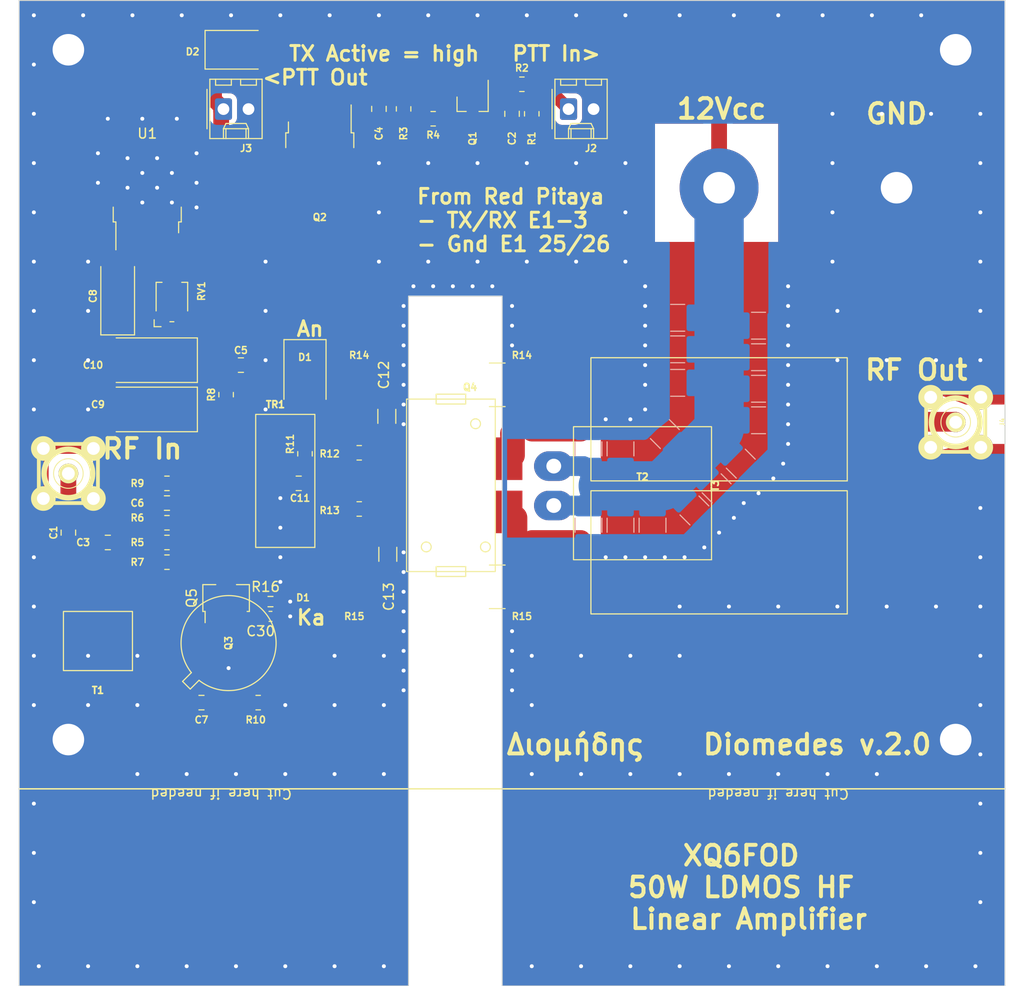
<source format=kicad_pcb>
(kicad_pcb (version 20221018) (generator pcbnew)
  (layers (0 "F.Cu" signal) (31 "B.Cu" signal) (34 "B.Paste" user) (35 "F.Paste" user) (36 "B.SilkS" user "B.Silkscreen") (37 "F.SilkS" user "F.Silkscreen") (38 "B.Mask" user) (39 "F.Mask" user) (44 "Edge.Cuts" user))
  (net 0 "")
  (net 1 "Net-(J1-In)")
  (net 2 "GND")
  (net 3 "Net-(T1-SA)")
  (net 4 "Net-(Q1-G)")
  (net 5 "Net-(T1-SB)")
  (net 6 "Net-(C3-Pad2)")
  (net 7 "Net-(Q2-G)")
  (net 8 "decoupling")
  (net 9 "Net-(D2-K)")
  (net 10 "Net-(Q3-B)")
  (net 11 "Net-(C6-Pad2)")
  (net 12 "Net-(Q3-E)")
  (net 13 "Net-(U1-VO)")
  (net 14 "Net-(C10-Pad1)")
  (net 15 "Net-(C12-Pad1)")
  (net 16 "Net-(C12-Pad2)")
  (net 17 "Net-(C13-Pad1)")
  (net 18 "Net-(C13-Pad2)")
  (net 19 "Net-(D1-A)")
  (net 20 "Net-(J2-Pin_1)")
  (net 21 "Net-(J4-In)")
  (net 22 "Net-(Q1-D)")
  (net 23 "Net-(Q3-C)")
  (net 24 "Net-(T2-SB)")
  (net 25 "Net-(R8-Pad1)")
  (net 26 "Net-(R9-Pad1)")
  (net 27 "Net-(R12-Pad2)")
  (net 28 "Net-(R13-Pad2)")
  (net 30 "Net-(Q5-E)")
  (footprint "Capacitor_SMD:C_0603_1608Metric_Pad1.08x0.95mm_HandSolder" (layer "F.Cu") (at 105.5 92.5 180)
    (fp_text reference "C30")
    (fp_text value "100n")
  )
  (footprint "Resistor_SMD:R_0603_1608Metric_Pad0.98x0.95mm_HandSolder" (layer "F.Cu") (at 105.5 91 180)
    (fp_text reference "R16")
    (fp_text value "10R")
  )
  (footprint "MountingHole:MountingHole_3.2mm_M3_DIN965_Pad" (layer "F.Cu") (at 85 35)
    (fp_text reference "H7" hide)
    (fp_text value "MountingHole_Pad")
  )
  (footprint "Capacitor_SMD:C_0805_2012Metric_Pad1.18x1.45mm_HandSolder" (layer "F.Cu") (at 95 81 180)
    (fp_text reference "C6")
    (fp_text value "10n")
  )
  (footprint "Amidon_Binocular:BN-43-1502" (layer "F.Cu") (at 107 79)
    (fp_text reference "TR1")
    (fp_text value "4:1")
  )
  (footprint "Resistor_SMD:R_0805_2012Metric_Pad1.20x1.40mm_HandSolder" (layer "F.Cu") (at 114.5 75.9 180)
    (fp_text reference "R12")
    (fp_text value "10R")
  )
  (footprint "Capacitor_SMD:C_0805_2012Metric_Pad1.18x1.45mm_HandSolder" (layer "F.Cu") (at 98.5 101.25)
    (fp_text reference "C7")
    (fp_text value "100n")
  )
  (footprint "Resistor_SMD:R_0805_2012Metric_Pad1.20x1.40mm_HandSolder" (layer "F.Cu") (at 95 83 180)
    (fp_text reference "R6")
    (fp_text value "1K3")
  )
  (footprint "MountingHole:MountingHole_3.2mm_M3_DIN965_Pad" (layer "F.Cu") (at 85 105)
    (fp_text reference "H4" hide)
    (fp_text value "MountingHole_Pad")
  )
  (footprint "MountingHole:MountingHole_3.2mm_M3_DIN965_Pad" (layer "F.Cu") (at 169 49)
    (fp_text reference "H2" hide)
    (fp_text value "MountingHole_Pad")
  )
  (footprint "Package_TO_SOT_THT:TO-39-3" (layer "F.Cu") (at 101.25 97.75 90)
    (fp_text reference "Q3")
    (fp_text value "2N5109")
  )
  (footprint "AFT05MP075N:AFT05MP075N" (layer "F.Cu") (at 123.8 79.95 180)
    (fp_text reference "Q4")
    (fp_text value "AFT05MP075N")
  )
  (footprint "Diode_SMD:D_1812_4532Metric_Pad1.30x3.40mm_HandSolder" (layer "F.Cu") (at 102 35)
    (fp_text reference "D2")
    (fp_text value "SS11")
  )
  (footprint "Package_TO_SOT_SMD:TO-252-2" (layer "F.Cu") (at 93 50 90)
    (fp_text reference "U1")
    (fp_text value "LM78M05_TO252")
  )
  (footprint "Capacitor_Tantalum_SMD:CP_EIA-7343-31_Kemet-D_Pad2.25x2.55mm_HandSolder" (layer "F.Cu") (at 93.5 71.5 180)
    (fp_text reference "C9")
    (fp_text value "100u")
  )
  (footprint "Package_TO_SOT_SMD:SOT-89-3" (layer "F.Cu") (at 101 90.6375 90)
    (fp_text reference "Q5")
    (fp_text value "2SC5551A")
  )
  (footprint "Amidon_Binocular:BN-43-2402" (layer "F.Cu") (at 87.5 95 -90)
    (fp_text reference "T1")
    (fp_text value "4:1")
  )
  (footprint "MountingHole:MountingHole_3.2mm_M3_DIN965_Pad" (layer "F.Cu") (at 175 105)
    (fp_text reference "H6" hide)
    (fp_text value "MountingHole_Pad")
  )
  (footprint "Connector_Molex:Molex_KK-254_AE-6410-02A_1x02_P2.54mm_Vertical" (layer "F.Cu") (at 100.73 41.02)
    (fp_text reference "J3")
    (fp_text value "Aux_PTT_Out")
  )
  (footprint "Capacitor_SMD:C_0805_2012Metric_Pad1.18x1.45mm_HandSolder" (layer "F.Cu") (at 108.3625 79 180)
    (fp_text reference "C11")
    (fp_text value "100n")
  )
  (footprint "Capacitor_SMD:C_0805_2012Metric_Pad1.18x1.45mm_HandSolder" (layer "F.Cu") (at 130 41.5 -90)
    (fp_text reference "C2")
    (fp_text value "10n")
  )
  (footprint "Package_TO_SOT_SMD:SOT-23_Handsoldering" (layer "F.Cu") (at 126 40.5 -90)
    (fp_text reference "Q1")
    (fp_text value "2N7002")
  )
  (footprint "Resistor_SMD:R_0805_2012Metric_Pad1.20x1.40mm_HandSolder" (layer "F.Cu") (at 132 41.5 90)
    (fp_text reference "R1")
    (fp_text value "10k")
  )
  (footprint "MountingHole:MountingHole_3.2mm_M3_DIN965_Pad" (layer "F.Cu") (at 151 49)
    (fp_text reference "H1" hide)
    (fp_text value "MountingHole_Pad")
  )
  (footprint "Resistor_SMD:R_0805_2012Metric_Pad1.20x1.40mm_HandSolder" (layer "F.Cu") (at 114.5 81.6 180)
    (fp_text reference "R13")
    (fp_text value "10R")
  )
  (footprint "Capacitor_SMD:C_0805_2012Metric_Pad1.18x1.45mm_HandSolder" (layer "F.Cu") (at 102.5 67)
    (fp_text reference "C5")
    (fp_text value "100n")
  )
  (footprint "Resistor_SMD:R_0805_2012Metric_Pad1.20x1.40mm_HandSolder" (layer "F.Cu") (at 119 41 -90)
    (fp_text reference "R3")
    (fp_text value "10k")
  )
  (footprint "Resistor_SMD:R_0805_2012Metric_Pad1.20x1.40mm_HandSolder" (layer "F.Cu") (at 95 79 180)
    (fp_text reference "R9")
    (fp_text value "270R")
  )
  (footprint "Capacitor_SMD:C_0805_2012Metric_Pad1.18x1.45mm_HandSolder" (layer "F.Cu") (at 89 85)
    (fp_text reference "C3")
    (fp_text value "100n")
  )
  (footprint "Resistor_SMD:R_0805_2012Metric_Pad1.20x1.40mm_HandSolder" (layer "F.Cu") (at 95 85 180)
    (fp_text reference "R5")
    (fp_text value "8.2R")
  )
  (footprint "MountingHole:MountingHole_3.2mm_M3_DIN965_Pad" (layer "F.Cu") (at 175 35)
    (fp_text reference "H8" hide)
    (fp_text value "MountingHole_Pad")
  )
  (footprint "Diode_SMD:D_2114_3652Metric_Pad1.85x3.75mm_HandSolder" (layer "F.Cu") (at 109 67.875 -90)
    (fp_text reference "D1")
    (fp_text value "1N7002")
  )
  (footprint "Resistor_SMD:R_2816_7142Metric_Pad3.20x4.45mm_HandSolder" (layer "F.Cu") (at 128.5 89.5 180)
    (fp_text reference "R15")
    (fp_text value "220")
  )
  (footprint "Resistor_SMD:R_0805_2012Metric_Pad1.20x1.40mm_HandSolder" (layer "F.Cu") (at 95 87)
    (fp_text reference "R7")
    (fp_text value "220")
  )
  (footprint "Resistor_SMD:R_0805_2012Metric_Pad1.20x1.40mm_HandSolder" (layer "F.Cu") (at 104.25 101.25 180)
    (fp_text reference "R10")
    (fp_text value "10R")
  )
  (footprint "Resistor_SMD:R_0805_2012Metric_Pad1.20x1.40mm_HandSolder" (layer "F.Cu") (at 109 76 -90)
    (fp_text reference "R11")
    (fp_text value "330")
  )
  (footprint "Package_TO_SOT_SMD:TO-252-2" (layer "F.Cu") (at 110.5 45.9 -90)
    (fp_text reference "Q2")
    (fp_text value "FDD6685")
  )
  (footprint "Capacitor_SMD:C_1206_3216Metric_Pad1.33x1.80mm_HandSolder" (layer "F.Cu") (at 117.3 72.2 90)
    (fp_text reference "C12")
    (fp_text value "100n")
  )
  (footprint "Resistor_SMD:R_2816_7142Metric_Pad3.20x4.45mm_HandSolder" (layer "F.Cu") (at 128.5 69 180)
    (fp_text reference "R14")
    (fp_text value "220")
  )
  (footprint "Amidon_Binocular:BN-61-202" (layer "F.Cu") (at 143.2325 79.25)
    (fp_text reference "T2")
    (fp_text value "1:1")
  )
  (footprint "Capacitor_SMD:C_0805_2012Metric_Pad1.18x1.45mm_HandSolder" (layer "F.Cu") (at 85 84 -90)
    (fp_text reference "C1")
    (fp_text value "10n")
  )
  (footprint "Connector_Molex:Molex_KK-254_AE-6410-02A_1x02_P2.54mm_Vertical" (layer "F.Cu") (at 135.73 41.02)
    (fp_text reference "J2")
    (fp_text value "PTT_In")
  )
  (footprint "Potentiometer_SMD:Potentiometer_Bourns_TC33X_Vertical" (layer "F.Cu") (at 95.5 60.5 90)
    (fp_text reference "RV1")
    (fp_text value "1K")
  )
  (footprint "Resistor_SMD:R_0805_2012Metric_Pad1.20x1.40mm_HandSolder" (layer "F.Cu") (at 131 38.5)
    (fp_text reference "R2")
    (fp_text value "10k")
  )
  (footprint "SMA_PINS:SMA_PINS" (layer "F.Cu") (at 85 78 -90)
    (fp_text reference "J1" hide)
    (fp_text value "RF_In" hide)
  )
  (footprint "Capacitor_SMD:C_0805_2012Metric_Pad1.18x1.45mm_HandSolder" (layer "F.Cu") (at 116.5 41 -90)
    (fp_text reference "C4")
    (fp_text value "10n")
  )
  (footprint "Capacitor_Tantalum_SMD:CP_EIA-6032-28_Kemet-C_Pad2.25x2.35mm_HandSolder" (layer "F.Cu") (at 90 60 90)
    (fp_text reference "C8")
    (fp_text value "15u")
  )
  (footprint "Amidon_Binocular:Dual_FB-61-4852" (layer "F.Cu") (at 151.5 79.25 90)
    (fp_text reference "T3")
    (fp_text value "1:9")
  )
  (footprint "Capacitor_Tantalum_SMD:CP_EIA-7343-31_Kemet-D_Pad2.25x2.55mm_HandSolder" (layer "F.Cu") (at 93.5 66.5 180)
    (fp_text reference "C10")
    (fp_text value "100u")
  )
  (footprint "Resistor_SMD:R_0805_2012Metric_Pad1.20x1.40mm_HandSolder" (layer "F.Cu") (at 101 70 90)
    (fp_text reference "R8")
    (fp_text value "4R7")
  )
  (footprint "Capacitor_SMD:C_1206_3216Metric_Pad1.33x1.80mm_HandSolder" (layer "F.Cu") (at 117.4 86.2 90)
    (fp_text reference "C13")
    (fp_text value "100n")
  )
  (footprint "Resistor_SMD:R_0805_2012Metric_Pad1.20x1.40mm_HandSolder" (layer "F.Cu") (at 122 42 180)
    (fp_text reference "R4")
    (fp_text value "10k")
  )
  (footprint "SMA_PINS:SMA_PINS" (layer "F.Cu") (at 175 72.8 90)
    (fp_text reference "J4")
    (fp_text value "RF_Out" hide)
  )
  (footprint "Capacitor_SMD:C_1210_3225Metric_Pad1.33x2.70mm_HandSolder" (layer "B.Cu") (at 148.5 81.75 135)
    (fp_text reference "C20" hide)
    (fp_text value "100n")
  )
  (footprint "Capacitor_SMD:C_1210_3225Metric_Pad1.33x2.70mm_HandSolder" (layer "B.Cu") (at 144.25 83.25 90)
    (fp_text reference "C19" hide)
    (fp_text value "100n")
  )
  (footprint "Capacitor_SMD:C_1210_3225Metric_Pad1.33x2.70mm_HandSolder" (layer "B.Cu") (at 141 75.5 -90)
    (fp_text reference "C28" hide)
    (fp_text value "100n")
  )
  (footprint "Capacitor_SMD:C_1210_3225Metric_Pad1.33x2.70mm_HandSolder" (layer "B.Cu") (at 137.75 75.5 -90)
    (fp_text reference "C27" hide)
    (fp_text value "100n")
  )
  (footprint "Capacitor_SMD:C_1210_3225Metric_Pad1.33x2.70mm_HandSolder" (layer "B.Cu") (at 155 72.6 180)
    (fp_text reference "C15" hide)
    (fp_text value "100n")
  )
  (footprint "Capacitor_SMD:C_1210_3225Metric_Pad1.33x2.70mm_HandSolder" (layer "B.Cu") (at 146.8 62.2)
    (fp_text reference "C23" hide)
    (fp_text value "100n")
  )
  (footprint "Capacitor_SMD:C_1210_3225Metric_Pad1.33x2.70mm_HandSolder" (layer "B.Cu") (at 141 83.25 90)
    (fp_text reference "C18" hide)
    (fp_text value "100n")
  )
  (footprint "Capacitor_SMD:C_1210_3225Metric_Pad1.33x2.70mm_HandSolder" (layer "B.Cu") (at 155 66.2 180)
    (fp_text reference "C29" hide)
    (fp_text value "100n")
  )
  (footprint "Capacitor_SMD:C_1210_3225Metric_Pad1.33x2.70mm_HandSolder" (layer "B.Cu") (at 137.75 83.25 90)
    (fp_text reference "C17" hide)
    (fp_text value "100n")
  )
  (footprint "Capacitor_SMD:C_1210_3225Metric_Pad1.33x2.70mm_HandSolder" (layer "B.Cu") (at 153.2 77 135)
    (fp_text reference "C14" hide)
    (fp_text value "100n")
  )
  (footprint "Capacitor_SMD:C_1210_3225Metric_Pad1.33x2.70mm_HandSolder" (layer "B.Cu") (at 146.8 68.8)
    (fp_text reference "C25" hide)
    (fp_text value "100n")
  )
  (footprint "Capacitor_SMD:C_1210_3225Metric_Pad1.33x2.70mm_HandSolder" (layer "B.Cu") (at 155 69.4 180)
    (fp_text reference "C16" hide)
    (fp_text value "100n")
  )
  (footprint "Capacitor_SMD:C_1210_3225Metric_Pad1.33x2.70mm_HandSolder" (layer "B.Cu") (at 145.5 74 -45)
    (fp_text reference "C26" hide)
    (fp_text value "100n")
  )
  (footprint "Capacitor_SMD:C_1210_3225Metric_Pad1.33x2.70mm_HandSolder" (layer "B.Cu") (at 146.8 65.4)
    (fp_text reference "C24" hide)
    (fp_text value "100n")
  )
  (footprint "Capacitor_SMD:C_1210_3225Metric_Pad1.33x2.70mm_HandSolder" (layer "B.Cu") (at 155 63 180)
    (fp_text reference "C22" hide)
    (fp_text value "100n")
  )
  (footprint "Capacitor_SMD:C_1210_3225Metric_Pad1.33x2.70mm_HandSolder" (layer "B.Cu") (at 150.75 79.5 135)
    (fp_text reference "C21" hide)
    (fp_text value "100n")
  )
  (gr_line (start 80 110) (end 180 110) (stroke (width 0.15)) (layer "F.SilkS"))
  (gr_line (start 119.5 130) (end 119.5 60) (stroke (width 0.1)) (layer "Edge.Cuts"))
  (gr_line (start 180 130) (end 129 130) (stroke (width 0.1)) (layer "Edge.Cuts"))
  (gr_line (start 80 130) (end 80 30) (stroke (width 0.1)) (layer "Edge.Cuts"))
  (gr_line (start 129 60) (end 129 130) (stroke (width 0.1)) (layer "Edge.Cuts"))
  (gr_line (start 180 30) (end 180 130) (stroke (width 0.1)) (layer "Edge.Cuts"))
  (gr_line (start 119.5 130) (end 80 130) (stroke (width 0.1)) (layer "Edge.Cuts"))
  (gr_line (start 80 30) (end 180 30) (stroke (width 0.1)) (layer "Edge.Cuts"))
  (gr_line (start 129 60) (end 119.5 60) (stroke (width 0.1)) (layer "Edge.Cuts"))
  (gr_text "D1" (at 108.8 90.6) (layer "F.SilkS") (effects (font (size 0.7 0.7))))
  (gr_text "                      TX Active = high   PTT In>\n <PTT Out  " (at 110.6 36.6) (layer "F.SilkS") (effects (font (size 1.5 1.5) (thickness 0.3) bold)))
  (gr_text "RF Out" (at 171 67.5) (layer "F.SilkS") (effects (font (size 2 2) (thickness 0.4))))
  (gr_text "An" (at 108 64.2) (layer "F.SilkS") (effects (font (size 1.5 1.5) (thickness 0.3) bold) (justify left bottom)))
  (gr_text "Ka" (at 108 93.5) (layer "F.SilkS") (effects (font (size 1.5 1.5) (thickness 0.3) bold) (justify left bottom)))
  (gr_text "XQ6FOD \n50W LDMOS HF \nLinear Amplifier" (at 154 120) (layer "F.SilkS") (effects (font (size 2 2) (thickness 0.4))))
  (gr_text "From Red Pitaya \n- TX/RX E1-3\n- Gnd E1 25/26" (at 120.2 55.6) (layer "F.SilkS") (effects (font (size 1.5 1.5) (thickness 0.3) bold) (justify left bottom)))
  (gr_text "Cut here if needed" (at 100.5 110.5 180) (layer "F.SilkS") (effects (font (size 1 1))))
  (gr_text "R14" (at 114.5 66) (layer "F.SilkS") (effects (font (size 0.7 0.7))))
  (gr_text "RF In" (at 92.5 75.5) (layer "F.SilkS") (effects (font (size 2 2) (thickness 0.4))))
  (gr_text "12Vcc" (at 151.25 41) (layer "F.SilkS") (effects (font (size 2 2) (thickness 0.4))))
  (gr_text "R15" (at 114 92.5) (layer "F.SilkS") (effects (font (size 0.7 0.7))))
  (gr_text "Cut here if needed" (at 157 110.5 180) (layer "F.SilkS") (effects (font (size 1 1))))
  (gr_text "Διομήδης    Diomedes v.2.0\n" (at 151 105.5) (layer "F.SilkS") (effects (font (size 2 2) (thickness 0.4))))
  (gr_text "GND" (at 169 41.5) (layer "F.SilkS") (effects (font (size 2 2) (thickness 0.4))))
  (segment (start 85 78) (end 85 82.9625) (width 1.6) (layer "F.Cu") (net 1))
  (segment (start 106.3625 92.5) (end 107.5 92.5) (width 0.8) (layer "F.Cu") (net 2))
  (segment (start 106.4125 91) (end 107.5 91) (width 0.8) (layer "F.Cu") (net 2))
  (via (at 81.5 111.5) (size 0.8) (drill 0.4) (layers "F.Cu" "B.Cu") (net 2))
  (via (at 177.5 116.5) (size 0.8) (drill 0.4) (layers "F.Cu" "B.Cu") (net 2))
  (via (at 92 128) (size 0.8) (drill 0.4) (layers "F.Cu" "B.Cu") (net 2))
  (via (at 81.5 96.5) (size 0.8) (drill 0.4) (layers "F.Cu" "B.Cu") (net 2))
  (via (at 143.5 65) (size 0.8) (drill 0.4) (layers "F.Cu" "B.Cu") (net 2))
  (via (at 167 108.5) (size 0.8) (drill 0.4) (layers "F.Cu" "B.Cu") (net 2))
  (via (at 121.5 56.5) (size 0.8) (drill 0.4) (layers "F.Cu" "B.Cu") (net 2))
  (via (at 152.5 82.5) (size 0.8) (drill 0.4) (layers "F.Cu" "B.Cu") (net 2))
  (via (at 116.5 46.5) (size 0.8) (drill 0.4) (layers "F.Cu" "B.Cu") (net 2))
  (via (at 128 59) (size 0.8) (drill 0.4) (layers "F.Cu" "B.Cu") (net 2))
  (via (at 87 96.5) (size 0.8) (drill 0.4) (layers "F.Cu" "B.Cu") (net 2))
  (via (at 177.5 46.5) (size 0.8) (drill 0.4) (layers "F.Cu" "B.Cu") (net 2))
  (via (at 158 69) (size 0.8) (drill 0.4) (layers "F.Cu" "B.Cu") (net 2))
  (via (at 81.5 91.5) (size 0.8) (drill 0.4) (layers "F.Cu" "B.Cu") (net 2))
  (via (at 142 128) (size 0.8) (drill 0.4) (layers "F.Cu" "B.Cu") (net 2))
  (via (at 107.5 91) (size 0.8) (drill 0.4) (layers "F.Cu" "B.Cu") (net 2))
  (via (at 92 101.5) (size 0.8) (drill 0.4) (layers "F.Cu" "B.Cu") (net 2))
  (via (at 119 94) (size 0.8) (drill 0.4) (layers "F.Cu" "B.Cu") (net 2))
  (via (at 172 128) (size 0.8) (drill 0.4) (layers "F.Cu" "B.Cu") (net 2))
  (via (at 96.5 31.5) (size 0.8) (drill 0.4) (layers "F.Cu" "B.Cu") (net 2))
  (via (at 116.5 56.5) (size 0.8) (drill 0.4) (layers "F.Cu" "B.Cu") (net 2))
  (via (at 105 71.5) (size 0.8) (drill 0.4) (layers "F.Cu" "B.Cu") (net 2))
  (via (at 147 96.5) (size 0.8) (drill 0.4) (layers "F.Cu" "B.Cu") (net 2))
  (via (at 132 101.5) (size 0.8) (drill 0.4) (layers "F.Cu" "B.Cu") (net 2))
  (via (at 101.25 97.75) (size 0.8) (drill 0.4) (layers "F.Cu" "B.Cu") (net 2))
  (via (at 87 101.5) (size 0.8) (drill 0.4) (layers "F.Cu" "B.Cu") (net 2))
  (via (at 81.5 61.5) (size 0.8) (drill 0.4) (layers "F.Cu" "B.Cu") (net 2))
  (via (at 96 42) (size 0.8) (drill 0.4) (layers "F.Cu" "B.Cu") (net 2))
  (via (at 143.5 69) (size 0.8) (drill 0.4) (layers "F.Cu" "B.Cu") (net 2))
  (via (at 142 108.5) (size 0.8) (drill 0.4) (layers "F.Cu" "B.Cu") (net 2))
  (via (at 152 108.5) (size 0.8) (drill 0.4) (layers "F.Cu" "B.Cu") (net 2))
  (via (at 136.5 56.5) (size 0.8) (drill 0.4) (layers "F.Cu" "B.Cu") (net 2))
  (via (at 142 72.5) (size 0.8) (drill 0.4) (layers "F.Cu" "B.Cu") (net 2))
  (via (at 121.5 31.5) (size 0.8) (drill 0.4) (layers "F.Cu" "B.Cu") (net 2))
  (via (at 177.5 51.5) (size 0.8) (drill 0.4) (layers "F.Cu" "B.Cu") (net 2))
  (via (at 156.5 78.5) (size 0.8) (drill 0.4) (layers "F.Cu" "B.Cu") (net 2))
  (via (at 157 128) (size 0.8) (drill 0.4) (layers "F.Cu" "B.Cu") (net 2))
  (via (at 107.5 92.5) (size 0.8) (drill 0.4) (layers "F.Cu" "B.Cu") (net 2))
  (via (at 177 128) (size 0.8) (drill 0.4) (layers "F.Cu" "B.Cu") (net 2))
  (via (at 87 66.5) (size 0.8) (drill 0.4) (layers "F.Cu" "B.Cu") (net 2))
  (via (at 157 108.5) (size 0.8) (drill 0.4) (layers "F.Cu" "B.Cu") (net 2))
  (via (at 157 31.5) (size 0.8) (drill 0.4) (layers "F.Cu" "B.Cu") (net 2))
  (via (at 119 90) (size 0.8) (drill 0.4) (layers "F.Cu" "B.Cu") (net 2))
  (via (at 117 108.5) (size 0.8) (drill 0.4) (layers "F.Cu" "B.Cu") (net 2))
  (via (at 92 108.5) (size 0.8) (drill 0.4) (layers "F.Cu" "B.Cu") (net 2))
  (via (at 158 61) (size 0.8) (drill 0.4) (layers "F.Cu" "B.Cu") (net 2))
  (via (at 82 128) (size 0.8) (drill 0.4) (layers "F.Cu" "B.Cu") (net 2))
  (via (at 102 108.5) (size 0.8) (drill 0.4) (layers "F.Cu" "B.Cu") (net 2))
  (via (at 86.5 31.5) (size 0.8) (drill 0.4) (layers "F.Cu" "B.Cu") (net 2))
  (via (at 98 51) (size 0.8) (drill 0.4) (layers "F.Cu" "B.Cu") (net 2))
  (via (at 139.5 86.5) (size 0.8) (drill 0.4) (layers "F.Cu" "B.Cu") (net 2))
  (via (at 95.5 47.5) (size 0.8) (drill 0.4) (layers "F.Cu" "B.Cu") (net 2))
  (via (at 155 80) (size 0.8) (drill 0.4) (layers "F.Cu" "B.Cu") (net 2))
  (via (at 126 59) (size 0.8) (drill 0.4) (layers "F.Cu" "B.Cu") (net 2))
  (via (at 130 98) (size 0.8) (drill 0.4) (layers "F.Cu" "B.Cu") (net 2))
  (via (at 153.5 81) (size 0.8) (drill 0.4) (layers "F.Cu" "B.Cu") (net 2))
  (via (at 119 67) (size 0.8) (drill 0.4) (layers "F.Cu" "B.Cu") (net 2))
  (via (at 91 49) (size 0.8) (drill 0.4) (layers "F.Cu" "B.Cu") (net 2))
  (via (at 158 63) (size 0.8) (drill 0.4) (layers "F.Cu" "B.Cu") (net 2))
  (via (at 143.5 86.5) (size 0.8) (drill 0.4) (layers "F.Cu" "B.Cu") (net 2))
  (via (at 137 108.5) (size 0.8) (drill 0.4) (layers "F.Cu" "B.Cu") (net 2))
  (via (at 151 84) (size 0.8) (drill 0.4) (layers "F.Cu" "B.Cu") (net 2))
  (via (at 106.5 83.5) (size 0.8) (drill 0.4) (layers "F.Cu" "B.Cu") (net 2))
  (via (at 119 71) (size 0.8) (drill 0.4) (layers "F.Cu" "B.Cu") (net 2))
  (via (at 147 31.5) (size 0.8) (drill 0.4) (layers "F.Cu" "B.Cu") (net 2))
  (via (at 177.5 66.5) (size 0.8) (drill 0.4) (layers "F.Cu" "B.Cu") (net 2))
  (via (at 157 91.5) (size 0.8) (drill 0.4) (layers "F.Cu" "B.Cu") (net 2))
  (via (at 92 96.5) (size 0.8) (drill 0.4) (layers "F.Cu" "B.Cu") (net 2))
  (via (at 89 42) (size 0.8) (drill 0.4) (layers "F.Cu" "B.Cu") (net 2))
  (via (at 106.5 80.5) (size 0.8) (drill 0.4) (layers "F.Cu" "B.Cu") (net 2))
  (via (at 119 98) (size 0.8) (drill 0.4) (layers "F.Cu" "B.Cu") (net 2))
  (via (at 106.5 86.5) (size 0.8) (drill 0.4) (layers "F.Cu" "B.Cu") (net 2))
  (via (at 87 71.5) (size 0.8) (drill 0.4) (layers "F.Cu" "B.Cu") (net 2))
  (via (at 141.5 51.5) (size 0.8) (drill 0.4) (layers "F.Cu" "B.Cu") (net 2))
  (via (at 132 128) (size 0.8) (drill 0.4) (layers "F.Cu" "B.Cu") (net 2))
  (via (at 161.5 31.5) (size 0.8) (drill 0.4) (layers "F.Cu" "B.Cu") (net 2))
  (via (at 98 45.5) (size 0.8) (drill 0.4) (layers "F.Cu" "B.Cu") (net 2))
  (via (at 122 59) (size 0.8) (drill 0.4) (layers "F.Cu" "B.Cu") (net 2))
  (via (at 171.5 31.5) (size 0.8) (drill 0.4) (layers "F.Cu" "B.Cu") (net 2))
  (via (at 81.5 71.5) (size 0.8) (drill 0.4) (layers "F.Cu" "B.Cu") (net 2))
  (via (at 119 86) (size 0.8) (drill 0.4) (layers "F.Cu" "B.Cu") (net 2))
  (via (at 168 91.5) (size 0.8) (drill 0.4) (layers "F.Cu" "B.Cu") (net 2))
  (via (at 112 96.5) (size 0.8) (drill 0.4) (layers "F.Cu" "B.Cu") (net 2))
  (via (at 130 94) (size 0.8) (drill 0.4) (layers "F.Cu" "B.Cu") (net 2))
  (via (at 81.5 46.5) (size 0.8) (drill 0.4) (layers "F.Cu" "B.Cu") (net 2))
  (via (at 173 66.5) (size 0.8) (drill 0.4) (layers "F.Cu" "B.Cu") (net 2))
  (via (at 141.5 56.5) (size 0.8) (drill 0.4) (layers "F.Cu" "B.Cu") (net 2))
  (via (at 87 128) (size 0.8) (drill 0.4) (layers "F.Cu" "B.Cu") (net 2))
  (via (at 92.5 50.5) (size 0.8) (drill 0.4) (layers "F.Cu" "B.Cu") (net 2))
  (via (at 137 96.5) (size 0.8) (drill 0.4) (layers "F.Cu" "B.Cu") (net 2))
  (via (at 119 73) (size 0.8) (drill 0.4) (layers "F.Cu" "B.Cu") (net 2))
  (via (at 97 128) (size 0.8) (drill 0.4) (layers "F.Cu" "B.Cu") (net 2))
  (via (at 81.5 116.5) (size 0.8) (drill 0.4) (layers "F.Cu" "B.Cu") (net 2))
  (via (at 120 59) (size 0.8) (drill 0.4) (layers "F.Cu" "B.Cu") (net 2))
  (via (at 177.5 41.5) (size 0.8) (drill 0.4) (layers "F.Cu" "B.Cu") (net 2))
  (via (at 177.5 96.5) (size 0.8) (drill 0.4) (layers "F.Cu" "B.Cu") (net 2))
  (via (at 112 101.5) (size 0.8) (drill 0.4) (layers "F.Cu" "B.Cu") (net 2))
  (via (at 145.5 86.5) (size 0.8) (drill 0.4) (layers "F.Cu" "B.Cu") (net 2))
  (via (at 142 96.5) (size 0.8) (drill 0.4) (layers "F.Cu" "B.Cu") (net 2))
  (via (at 106.5 89) (size 0.8) (drill 0.4) (layers "F.Cu" "B.Cu") (net 2))
  (via (at 97 108.5) (size 0.8) (drill 0.4) (layers "F.Cu" "B.Cu") (net 2))
  (via (at 107 108.5) (size 0.8) (drill 0.4) (layers "F.Cu" "B.Cu") (net 2))
  (via (at 147 128) (size 0.8) (drill 0.4) (layers "F.Cu" "B.Cu") (net 2))
  (via (at 126.5 31.5) (size 0.8) (drill 0.4) (layers "F.Cu" "B.Cu") (net 2))
  (via (at 177.5 56.5) (size 0.8) (drill 0.4) (layers "F.Cu" "B.Cu") (net 2))
  (via (at 130 63) (size 0.8) (drill 0.4) (layers "F.Cu" "B.Cu") (net 2))
  (via (at 147 91.5) (size 0.8) (drill 0.4) (layers "F.Cu" "B.Cu") (net 2))
  (via (at 177.5 101.5) (size 0.8) (drill 0.4) (layers "F.Cu" "B.Cu") (net 2))
  (via (at 95.5 50.5) (size 0.8) (drill 0.4) (layers "F.Cu" "B.Cu") (net 2))
  (via (at 116.5 51.5) (size 0.8) (drill 0.4) (layers "F.Cu" "B.Cu") (net 2))
  (via (at 177.5 121.5) (size 0.8) (drill 0.4) (layers "F.Cu" "B.Cu") (net 2))
  (via (at 81.5 36.5) (size 0.8) (drill 0.4) (layers "F.Cu" "B.Cu") (net 2))
  (via (at 147 108.5) (size 0.8) (drill 0.4) (layers "F.Cu" "B.Cu") (net 2))
  (via (at 137 128) (size 0.8) (drill 0.4) (layers "F.Cu" "B.Cu") (net 2))
  (via (at 116.5 31.5) (size 0.8) (drill 0.4) (layers "F.Cu" "B.Cu") (net 2))
  (via (at 130 61) (size 0.8) (drill 0.4) (layers "F.Cu" "B.Cu") (net 2))
  (via (at 157.5 77) (size 0.8) (drill 0.4) (layers "F.Cu" "B.Cu") (net 2))
  (via (at 87 56.5) (size 0.8) (drill 0.4) (layers "F.Cu" "B.Cu") (net 2))
  (via (at 119 61) (size 0.8) (drill 0.4) (layers "F.Cu" "B.Cu") (net 2))
  (via (at 162.5 46.5) (size 0.8) (drill 0.4) (layers "F.Cu" "B.Cu") (net 2))
  (via (at 167.5 41.5) (size 0.8) (drill 0.4) (layers "F.Cu" "B.Cu") (net 2))
  (via (at 131.5 31.5) (size 0.8) (drill 0.4) (layers "F.Cu" "B.Cu") (net 2))
  (via (at 177.5 81.5) (size 0.8) (drill 0.4) (layers "F.Cu" "B.Cu") (net 2))
  (via (at 94 46) (size 0.8) (drill 0.4) (layers "F.Cu" "B.Cu") (net 2))
  (via (at 105 61.5) (size 0.8) (drill 0.4) (layers "F.Cu" "B.Cu") (net 2))
  (via (at 143.5 67) (size 0.8) (drill 0.4) (layers "F.Cu" "B.Cu") (net 2))
  (via (at 177.5 61.5) (size 0.8) (drill 0.4) (layers "F.Cu" "B.Cu") (net 2))
  (via (at 119 69) (size 0.8) (drill 0.4) (layers "F.Cu" "B.Cu") (net 2))
  (via (at 105 56.5) (size 0.8) (drill 0.4) (layers "F.Cu" "B.Cu") (net 2))
  (via (at 168 66.5) (size 0.8) (drill 0.4) (layers "F.Cu" "B.Cu") (net 2))
  (via (at 88 48.5) (size 0.8) (drill 0.4) (layers "F.Cu" "B.Cu") (net 2))
  (via (at 117 128) (size 0.8) (drill 0.4) (layers "F.Cu" "B.Cu") (net 2))
  (via (at 101.5 31.5) (size 0.8) (drill 0.4) (layers "F.Cu" "B.Cu") (net 2))
  (via (at 91.5 31.5) (size 0.8) (drill 0.4) (layers "F.Cu" "B.Cu") (net 2))
  (via (at 162 108.5) (size 0.8) (drill 0.4) (layers "F.Cu" "B.Cu") (net 2))
  (via (at 92.5 42) (size 0.8) (drill 0.4) (layers "F.Cu" "B.Cu") (net 2))
  (via (at 91 46) (size 0.8) (drill 0.4) (layers "F.Cu" "B.Cu") (net 2))
  (via (at 131.5 56.5) (size 0.8) (drill 0.4) (layers "F.Cu" "B.Cu") (net 2))
  (via (at 112 108.5) (size 0.8) (drill 0.4) (layers "F.Cu" "B.Cu") (net 2))
  (via (at 147.5 86.5) (size 0.8) (drill 0.4) (layers "F.Cu" "B.Cu") (net 2))
  (via (at 136.5 46.5) (size 0.8) (drill 0.4) (layers "F.Cu" "B.Cu") (net 2))
  (via (at 177.5 111.5) (size 0.8) (drill 0.4) (layers "F.Cu" "B.Cu") (net 2))
  (via (at 119 63) (size 0.8) (drill 0.4) (layers "F.Cu" "B.Cu") (net 2))
  (via (at 117 101.5) (size 0.8) (drill 0.4) (layers "F.Cu" "B.Cu") (net 2))
  (via (at 158 67) (size 0.8) (drill 0.4) (layers "F.Cu" "B.Cu") (net 2))
  (via (at 143.5 71.5) (size 0.8) (drill 0.4) (layers "F.Cu" "B.Cu") (net 2))
  (via (at 163 91.5) (size 0.8) (drill 0.4) (layers "F.Cu" "B.Cu") (net 2))
  (via (at 166.5 31.5) (size 0.8) (drill 0.4) (layers "F.Cu" "B.Cu") (net 2))
  (via (at 119 92) (size 0.8) (drill 0.4) (layers "F.Cu" "B.Cu") (net 2))
  (via (at 107 101.5) (size 0.8) (drill 0.4) (layers "F.Cu" "B.Cu") (net 2))
  (via (at 105 66.5) (size 0.8) (drill 0.4) (layers "F.Cu" "B.Cu") (net 2))
  (via (at 81.5 66.5) (size 0.8) (drill 0.4) (layers "F.Cu" "B.Cu") (net 2))
  (via (at 130 65) (size 0.8) (drill 0.4) (layers "F.Cu" "B.Cu") (net 2))
  (via (at 81.5 101.5) (size 0.8) (drill 0.4) (layers "F.Cu" "B.Cu") (net 2))
  (via (at 149.5 85.5) (size 0.8) (drill 0.4) (layers "F.Cu" "B.Cu") (net 2))
  (via (at 163 66.5) (size 0.8) (drill 0.4) (layers "F.Cu" "B.Cu") (net 2))
  (via (at 177.5 86.5) (size 0.8) (drill 0.4) (layers "F.Cu" "B.Cu") (net 2))
  (via (at 139.5 72.5) (size 0.8) (drill 0.4) (layers "F.Cu" "B.Cu") (net 2))
  (via (at 119 96) (size 0.8) (drill 0.4) (layers "F.Cu" "B.Cu") (net 2))
  (via (at 172.5 41.5) (size 0.8) (drill 0.4) (layers "F.Cu" "B.Cu") (net 2))
  (via (at 173 91.5) (size 0.8) (drill 0.4) (layers "F.Cu" "B.Cu") (net 2))
  (via (at 132 108.5) (size 0.8) (drill 0.4) (layers "F.Cu" "B.Cu") (net 2))
  (via (at 162 128) (size 0.8) (drill 0.4) (layers "F.Cu" "B.Cu") (net 2))
  (via (at 177.5 91.5) (size 0.8) (drill 0.4) (layers "F.Cu" "B.Cu") (net 2))
  (via (at 107 128) (size 0.8) (drill 0.4) (layers "F.Cu" "B.Cu") (net 2))
  (via (at 88 45.5) (size 0.8) (drill 0.4) (layers "F.Cu" "B.Cu") (net 2))
  (via (at 152.5 31.5) (size 0.8) (drill 0.4) (layers "F.Cu" "B.Cu") (net 2))
  (via (at 119 65) (size 0.8) (drill 0.4) (layers "F.Cu" "B.Cu") (net 2))
  (via (at 162.5 56.5) (size 0.8) (drill 0.4) (layers "F.Cu" "B.Cu") (net 2))
  (via (at 81.5 51.5) (size 0.8) (drill 0.4) (layers "F.Cu" "B.Cu") (net 2))
  (via (at 152 128) (size 0.8) (drill 0.4) (layers "F.Cu" "B.Cu") (net 2))
  (via (at 158 65) (size 0.8) (drill 0.4) (layers "F.Cu" "B.Cu") (net 2))
  (via (at 158 75) (size 0.8) (drill 0.4) (layers "F.Cu" "B.Cu") (net 2))
  (via (at 81.5 121.5) (size 0.8) (drill 0.4) (layers "F.Cu" "B.Cu") (net 2))
  (via (at 167 128) (size 0.8) (drill 0.4) (layers "F.Cu" "B.Cu") (net 2))
  (via (at 102 128) (size 0.8) (drill 0.4) (layers "F.Cu" "B.Cu") (net 2))
  (via (at 126.5 56.5) (size 0.8) (drill 0.4) (layers "F.Cu" "B.Cu") (net 2))
  (via (at 94 49) (size 0.8) (drill 0.4) (layers "F.Cu" "B.Cu") (net 2))
  (via (at 141.5 31.5) (size 0.8) (drill 0.4) (layers "F.Cu" "B.Cu") (net 2))
  (via (at 81.5 56.5) (size 0.8) (drill 0.4) (layers "F.Cu" "B.Cu") (net 2))
  (via (at 106.5 31.5) (size 0.8) (drill 0.4) (layers "F.Cu" "B.Cu") (net 2))
  (via (at 81.5 86.5) (size 0.8) (drill 0.4) (layers "F.Cu" "B.Cu") (net 2))
  (via (at 141.5 46.5) (size 0.8) (drill 0.4) (layers "F.Cu" "B.Cu") (net 2))
  (via (at 119 88) (size 0.8) (drill 0.4) (layers "F.Cu" "B.Cu") (net 2))
  (via (at 121.5 46.5) (size 0.8) (drill 0.4) (layers "F.Cu" "B.Cu") (net 2))
  (via (at 143.5 63) (size 0.8) (drill 0.4) (layers "F.Cu" "B.Cu") (net 2))
  (via (at 162.5 51.5) (size 0.8) (drill 0.4) (layers "F.Cu" "B.Cu") (net 2))
  (via (at 81.5 31.5) (size 0.8) (drill 0.4) (layers "F.Cu" "B.Cu") (net 2))
  (via (at 130 96) (size 0.8) (drill 0.4) (layers "F.Cu" "B.Cu") (net 2))
  (via (at 136.5 31.5) (size 0.8) (drill 0.4) (layers "F.Cu" "B.Cu") (net 2))
  (via (at 124 59) (size 0.8) (drill 0.4) (layers "F.Cu" "B.Cu") (net 2))
  (via (at 92.5 47.5) (size 0.8) (drill 0.4) (layers "F.Cu" "B.Cu") (net 2))
  (via (at 143.5 59) (size 0.8) (drill 0.4) (layers "F.Cu" "B.Cu") (net 2))
  (via (at 158 73) (size 0.8) (drill 0.4) (layers "F.Cu" "B.Cu") (net 2))
  (via (at 112 128) (size 0.8) (drill 0.4) (layers "F.Cu" "B.Cu") (net 2))
  (via (at 158 59) (size 0.8) (drill 0.4) (layers "F.Cu" "B.Cu") (net 2))
  (via (at 126.5 46.5) (size 0.8) (drill 0.4) (layers "F.Cu" "B.Cu") (net 2))
  (via (at 98 48.5) (size 0.8) (drill 0.4) (layers "F.Cu" "B.Cu") (net 2))
  (via (at 87 61.5) (size 0.8) (drill 0.4) (layers "F.Cu" "B.Cu") (net 2))
  (via (at 117 96.5) (size 0.8) (drill 0.4) (layers "F.Cu" "B.Cu") (net 2))
  (via (at 141.5 86.5) (size 0.8) (drill 0.4) (layers "F.Cu" "B.Cu") (net 2))
  (via (at 131.5 46.5) (size 0.8) (drill 0.4) (layers "F.Cu" "B.Cu") (net 2))
  (via (at 143.5 61) (size 0.8) (drill 0.4) (layers "F.Cu" "B.Cu") (net 2))
  (via (at 111.5 31.5) (size 0.8) (drill 0.4) (layers "F.Cu" "B.Cu") (net 2))
  (via (at 130 100) (size 0.8) (drill 0.4) (layers "F.Cu" "B.Cu") (net 2))
  (via (at 132 96.5) (size 0.8) (drill 0.4) (layers "F.Cu" "B.Cu") (net 2))
  (via (at 119 100) (size 0.8) (drill 0.4) (layers "F.Cu" "B.Cu") (net 2))
  (via (at 163 61.5) (size 0.8) (drill 0.4) (layers "F.Cu" "B.Cu") (net 2))
  (via (at 81.5 41.5) (size 0.8) (drill 0.4) (layers "F.Cu" "B.Cu") (net 2))
  (via (at 158 71) (size 0.8) (drill 0.4) (layers "F.Cu" "B.Cu") (net 2))
  (via (at 152 91.5) (size 0.8) (drill 0.4) (layers "F.Cu" "B.Cu") (net 2))
  (via (at 162.5 41.5) (size 0.8) (drill 0.4) (layers "F.Cu" "B.Cu") (net 2))
  (via (at 177.5 106.5) (size 0.8) (drill 0.4) (layers "F.Cu" "B.Cu") (net 2))
  (segment (start 156.5625 66.2) (end 156.5625 63) (width 1.3) (layer "B.Cu") (net 2))
  (segment (start 147.6875 84.8125) (end 144.25 84.8125) (width 1.3) (layer "B.Cu") (net 2))
  (segment (start 156.5625 72.6) (end 156.5625 75.847208) (width 1.3) (layer "B.Cu") (net 2))
  (segment (start 145.2375 65.4) (end 145.2375 62.2) (width 1.3) (layer "B.Cu") (net 2))
  (segment (start 154.304854 78.154854) (end 151.854854 80.604854) (width 1.3) (layer "B.Cu") (net 2))
  (segment (start 156.5625 69.4) (end 156.5625 66.2) (width 1.3) (layer "B.Cu") (net 2))
  (segment (start 151.854854 80.604854) (end 149.604854 82.854854) (width 1.3) (layer "B.Cu") (net 2))
  (segment (start 154.304854 78.104854) (end 154.304854 78.154854) (width 1.3) (layer "B.Cu") (net 2))
  (segment (start 145 72.3) (end 145 69.0375) (width 1.3) (layer "B.Cu") (net 2))
  (segment (start 156.5625 75.847208) (end 154.304854 78.104854) (width 1.3) (layer "B.Cu") (net 2))
  (segment (start 137.75 84.8125) (end 141 84.8125) (width 1.3) (layer "B.Cu") (net 2))
  (segment (start 141 84.8125) (end 144.25 84.8125) (width 1.3) (layer "B.Cu") (net 2))
  (segment (start 145.2375 68.8) (end 145.2375 65.4) (width 1.3) (layer "B.Cu") (net 2))
  (segment (start 156.5625 72.6) (end 156.5625 69.4) (width 1.3) (layer "B.Cu") (net 2))
  (segment (start 137.75 73.9375) (end 141 73.9375) (width 1.3) (layer "B.Cu") (net 2))
  (segment (start 149.604854 82.854854) (end 149.604854 82.895146) (width 1.3) (layer "B.Cu") (net 2))
  (segment (start 143.352792 73.9375) (end 144.395146 72.895146) (width 1.3) (layer "B.Cu") (net 2))
  (segment (start 141 73.9375) (end 143.352792 73.9375) (width 1.3) (layer "B.Cu") (net 2))
  (segment (start 145 69.0375) (end 145.2375 68.8) (width 1.3) (layer "B.Cu") (net 2))
  (segment (start 149.604854 82.895146) (end 147.6875 84.8125) (width 1.3) (layer "B.Cu") (net 2))
  (segment (start 85 85.0375) (end 85 90) (width 1) (layer "F.Cu") (net 3))
  (segment (start 126.95 39) (end 129.5 39) (width 1.3) (layer "F.Cu") (net 4))
  (segment (start 130 40.4625) (end 130 38.5) (width 1.3) (layer "F.Cu") (net 4))
  (segment (start 129.5 39) (end 130 38.5) (width 1.3) (layer "F.Cu") (net 4))
  (segment (start 88 85.0375) (end 87.9625 85) (width 1) (layer "F.Cu") (net 5))
  (segment (start 88 90) (end 88 85.0375) (width 1) (layer "F.Cu") (net 5))
  (segment (start 90.0375 85) (end 94 85) (width 1) (layer "F.Cu") (net 6))
  (segment (start 116.5 42.0375) (end 113.1175 42.0375) (width 1.3) (layer "F.Cu") (net 7))
  (segment (start 121 42) (end 119 42) (width 1.3) (layer "F.Cu") (net 7))
  (segment (start 116.5375 42) (end 116.5 42.0375) (width 1.3) (layer "F.Cu") (net 7))
  (segment (start 119 42) (end 116.5375 42) (width 1.3) (layer "F.Cu") (net 7))
  (segment (start 113.1175 42.0375) (end 112.78 41.7) (width 1.3) (layer "F.Cu") (net 7))
  (segment (start 116.5 39.9625) (end 117.5375 39.9625) (width 1.3) (layer "F.Cu") (net 8))
  (segment (start 117.5375 39.9625) (end 118.9625 39.9625) (width 1.3) (layer "F.Cu") (net 8))
  (segment (start 144 35) (end 151 42) (width 1.6) (layer "F.Cu") (net 8))
  (segment (start 108.22 37.28) (end 110.5 35) (width 1.6) (layer "F.Cu") (net 8))
  (segment (start 151 42) (end 151 49) (width 1.6) (layer "F.Cu") (net 8))
  (segment (start 119.5 35) (end 119.5 38) (width 1.6) (layer "F.Cu") (net 8))
  (segment (start 118.9625 39.9625) (end 119 40) (width 1.3) (layer "F.Cu") (net 8))
  (segment (start 110.5 35) (end 144 35) (width 1.6) (layer "F.Cu") (net 8))
  (segment (start 119.5 38) (end 117.5375 39.9625) (width 1.6) (layer "F.Cu") (net 8))
  (segment (start 108.22 41.7) (end 108.22 37.28) (width 1.6) (layer "F.Cu") (net 8))
  (segment (start 134.2325 77.25) (end 137.25 77.25) (width 2) (layer "B.Cu") (net 8))
  (segment (start 137.25 81.25) (end 139.25 79.25) (width 2) (layer "B.Cu") (net 8))
  (segment (start 134.2325 81.25) (end 137.25 81.25) (width 2) (layer "B.Cu") (net 8))
  (segment (start 145.25 79.25) (end 139.25 79.25) (width 5) (layer "B.Cu") (net 8))
  (segment (start 151 48) (end 151 73.5) (width 5) (layer "B.Cu") (net 8))
  (segment (start 151 73.5) (end 145.25 79.25) (width 5) (layer "B.Cu") (net 8))
  (segment (start 137.25 77.25) (end 139.25 79.25) (width 2) (layer "B.Cu") (net 8))
  (segment (start 100.5 41.25) (end 100.5 44.5) (width 1.6) (layer "F.Cu") (net 9))
  (segment (start 100.73 41.02) (end 100.5 41.25) (width 1.6) (layer "F.Cu") (net 9))
  (segment (start 85.5 51) (end 88.7 54.2) (width 1.6) (layer "F.Cu") (net 9))
  (segment (start 99.21 39.5) (end 87.5 39.5) (width 1.6) (layer "F.Cu") (net 9))
  (segment (start 101 45) (end 100.5 44.5) (width 1.3) (layer "F.Cu") (net 9))
  (segment (start 99.775 40.065) (end 100.73 41.02) (width 1.6) (layer "F.Cu") (net 9))
  (segment (start 102.25 46.25) (end 104 48) (width 1.6) (layer "F.Cu") (net 9))
  (segment (start 100.5 44.5) (end 102.25 46.25) (width 1.6) (layer "F.Cu") (net 9))
  (segment (start 99.775 35) (end 99.775 40.065) (width 1.6) (layer "F.Cu") (net 9))
  (segment (start 85.5 41.5) (end 85.5 51) (width 1.6) (layer "F.Cu") (net 9))
  (segment (start 101 69) (end 101 45) (width 1.3) (layer "F.Cu") (net 9))
  (segment (start 104 48) (end 110.5 48) (width 1.6) (layer "F.Cu") (net 9))
  (segment (start 88.7 54.2) (end 90.72 54.2) (width 1.6) (layer "F.Cu") (net 9))
  (segment (start 100.73 41.02) (end 99.21 39.5) (width 1.6) (layer "F.Cu") (net 9))
  (segment (start 87.5 39.5) (end 85.5 41.5) (width 1.6) (layer "F.Cu") (net 9))
  (segment (start 97.75 95.25) (end 107.75 95.25) (width 1) (layer "F.Cu") (net 10))
  (segment (start 96 89.5) (end 96 93.5) (width 1) (layer "F.Cu") (net 10))
  (segment (start 96 93.5) (end 97.75 95.25) (width 1) (layer "F.Cu") (net 10))
  (segment (start 96 87) (end 96 89.0875) (width 1) (layer "F.Cu") (net 10))
  (segment (start 96 85) (end 96 83) (width 1) (layer "F.Cu") (net 10))
  (segment (start 96 85) (end 96 87) (width 1) (layer "F.Cu") (net 10))
  (segment (start 96 83) (end 96 81.0375) (width 1) (layer "F.Cu") (net 10))
  (segment (start 96 89.0875) (end 99.5 92.5875) (width 1) (layer "F.Cu") (net 10))
  (segment (start 96 87) (end 96 89.5) (width 1) (layer "F.Cu") (net 10))
  (segment (start 96 81.0375) (end 96.0375 81) (width 1) (layer "F.Cu") (net 10))
  (segment (start 94 81.0375) (end 93.9625 81) (width 1) (layer "F.Cu") (net 11))
  (segment (start 94 83) (end 94 81.0375) (width 1) (layer "F.Cu") (net 11))
  (segment (start 93.9625 79.0375) (end 94 79) (width 1) (layer "F.Cu") (net 11))
  (segment (start 93.9625 81) (end 93.9625 79.0375) (width 1) (layer "F.Cu") (net 11))
  (segment (start 103.25 101.25) (end 101.75 101.25) (width 1.3) (layer "F.Cu") (net 12))
  (segment (start 101.75 101.25) (end 101.25 101.75) (width 1.3) (layer "F.Cu") (net 12))
  (segment (start 100.75 101.25) (end 101.25 101.75) (width 1.3) (layer "F.Cu") (net 12))
  (segment (start 99.5375 101.25) (end 100.75 101.25) (width 1.3) (layer "F.Cu") (net 12))
  (segment (start 95.28 58.83) (end 95.5 59.05) (width 1.3) (layer "F.Cu") (net 13))
  (segment (start 90.25 62.3) (end 90 62.55) (width 1.3) (layer "F.Cu") (net 13))
  (segment (start 95.28 54.2) (end 95.28 58.83) (width 1.3) (layer "F.Cu") (net 13))
  (segment (start 94 62.3) (end 94 60.55) (width 1.3) (layer "F.Cu") (net 13))
  (segment (start 94 62.3) (end 90.25 62.3) (width 1.3) (layer "F.Cu") (net 13))
  (segment (start 94 60.55) (end 95.5 59.05) (width 1.3) (layer "F.Cu") (net 13))
  (segment (start 96.7 66.5) (end 96.7 71.5) (width 1.6) (layer "F.Cu") (net 14))
  (segment (start 109.4 79) (end 112.5 79) (width 1) (layer "F.Cu") (net 14))
  (segment (start 105 77) (end 104.5 76.5) (width 1) (layer "F.Cu") (net 14))
  (segment (start 96.7 75.2) (end 96.7 71.5) (width 1) (layer "F.Cu") (net 14))
  (segment (start 96.7 66.5) (end 96.7 62.6) (width 1.6) (layer "F.Cu") (net 14))
  (segment (start 98 76.5) (end 96.7 75.2) (width 1) (layer "F.Cu") (net 14))
  (segment (start 96.7 62.6) (end 97 62.3) (width 1.6) (layer "F.Cu") (net 14))
  (segment (start 109.4 79) (end 109.4 77.4) (width 1) (layer "F.Cu") (net 14))
  (segment (start 109.4 77.4) (end 109 77) (width 1) (layer "F.Cu") (net 14))
  (segment (start 109 77) (end 105 77) (width 1) (layer "F.Cu") (net 14))
  (segment (start 104.5 76.5) (end 98 76.5) (width 1) (layer "F.Cu") (net 14))
  (segment (start 117.3 75.9) (end 117.9 76.5) (width 1) (layer "F.Cu") (net 15))
  (segment (start 115.5 75.9) (end 117.3 75.9) (width 1) (layer "F.Cu") (net 15))
  (segment (start 117.3 70.6375) (end 115.6375 70.6375) (width 1.6) (layer "F.Cu") (net 16))
  (segment (start 115.6375 70.6375) (end 114 69) (width 1.6) (layer "F.Cu") (net 16))
  (segment (start 115.7375 87.7625) (end 114 89.5) (width 1.6) (layer "F.Cu") (net 17))
  (segment (start 117.4 87.7625) (end 115.7375 87.7625) (width 1.6) (layer "F.Cu") (net 17))
  (segment (start 117.6 81.6) (end 117.9 81.9) (width 1) (layer "F.Cu") (net 18))
  (segment (start 117.4 82.4) (end 117.9 81.9) (width 1) (layer "F.Cu") (net 18))
  (segment (start 115.5 81.6) (end 117.6 81.6) (width 1) (layer "F.Cu") (net 18))
  (segment (start 109 75) (end 109 69) (width 1) (layer "F.Cu") (net 19))
  (segment (start 133.21 38.5) (end 135.73 41.02) (width 1.3) (layer "F.Cu") (net 20))
  (segment (start 132 38.5) (end 133.21 38.5) (width 1.3) (layer "F.Cu") (net 20))
  (segment (start 132 38.5) (end 132 40.5) (width 1.3) (layer "F.Cu") (net 20))
  (segment (start 167.55 72.8) (end 167.5 72.75) (width 2) (layer "F.Cu") (net 21))
  (segment (start 167.5 72.75) (end 174.95 72.75) (width 2) (layer "F.Cu") (net 21))
  (segment (start 174.95 72.75) (end 175 72.8) (width 2) (layer "F.Cu") (net 21))
  (segment (start 126 42) (end 123 42) (width 1.3) (layer "F.Cu") (net 22))
  (segment (start 101.25 84.25) (end 101.5 84) (width 1.3) (layer "F.Cu") (net 23))
  (segment (start 131.1 69) (end 131.1 72.9) (width 1.6) (layer "F.Cu") (net 24))
  (segment (start 131.1 89.5) (end 131.1 85.85) (width 1.6) (layer "F.Cu") (net 24))
  (segment (start 130.05002 73.94998) (end 130.05002 76.14998) (width 2.5) (layer "F.Cu") (net 24))
  (segment (start 131.25 72.75) (end 130.05002 73.94998) (width 2.5) (layer "F.Cu") (net 24))
  (segment (start 131.1 72.9) (end 130.05002 73.94998) (width 1.6) (layer "F.Cu") (net 24))
  (segment (start 131 85.75) (end 130.30002 85.05002) (width 2.5) (layer "F.Cu") (net 24))
  (segment (start 131.1 85.85) (end 130.30002 85.05002) (width 1.6) (layer "F.Cu") (net 24))
  (segment (start 134.5 85.75) (end 131 85.75) (width 2.5) (layer "F.Cu") (net 24))
  (segment (start 134.5 72.75) (end 131.25 72.75) (width 2.5) (layer "F.Cu") (net 24))
  (segment (start 130.30002 85.05002) (end 130.30002 82.50002) (width 2.5) (layer "F.Cu") (net 24))
  (segment (start 101 71) (end 101 73) (width 1.3) (layer "F.Cu") (net 25))
  (segment (start 96 79) (end 101.5 79) (width 1) (layer "F.Cu") (net 26))
  (segment (start 113.5 74.5) (end 112.5 73.5) (width 1) (layer "F.Cu") (net 27))
  (segment (start 113.5 75.9) (end 113.5 74.5) (width 1) (layer "F.Cu") (net 27))
  (segment (start 113.5 83) (end 112.5 84) (width 1) (layer "F.Cu") (net 28))
  (segment (start 113.5 81.6) (end 113.5 83) (width 1) (layer "F.Cu") (net 28))
  (segment (start 104.5875 91) (end 104.5875 92.45) (width 0.8) (layer "F.Cu") (net 30))
  (segment (start 104.5875 92.45) (end 104.6375 92.5) (width 0.8) (layer "F.Cu") (net 30))
  (segment (start 102.5875 92.5) (end 102.5 92.5875) (width 0.8) (layer "F.Cu") (net 30))
  (segment (start 104.6375 92.5) (end 102.5875 92.5) (width 0.8) (layer "F.Cu") (net 30))
  (zone (net 2) (net_name "GND") (layer "F.Cu") (connect_pads yes (clearance 0.508)) (min_thickness 0.254) (fill yes (thermal_gap 0.508) (thermal_bridge_width 0.508))
    (polygon (pts (xy 180 130) (xy 129 130) (xy 128.75 60) (xy 119.5 60) (xy 119.5 130) (xy 80 130) (xy 80 30) (xy 180 30)))
  )
  (zone (net 0) (net_name "") (layer "F.Cu") (connect_pads (clearance 0)) (min_thickness 0.254)
    (keepout (tracks allowed) (vias allowed) (pads allowed) (copperpour not_allowed) (footprints allowed))
    (fill (thermal_gap 0.508) (thermal_bridge_width 0.508))
    (polygon (pts (xy 115.5 51.5) (xy 114.5 52.5) (xy 110 52.5) (xy 104.5 52.5) (xy 102 54.5) (xy 102 43.5) (xy 115.5 43.5)))
  )
  (zone (net 0) (net_name "") (layer "F.Cu") (connect_pads (clearance 0)) (min_thickness 0.254)
    (keepout (tracks allowed) (vias not_allowed) (pads allowed) (copperpour not_allowed) (footprints allowed))
    (fill (thermal_gap 0.508) (thermal_bridge_width 0.508))
    (polygon (pts (xy 118.5 87.25) (xy 116.25 87.25) (xy 116.25 85.5) (xy 118.5 85.5)))
  )
  (zone (net 0) (net_name "") (layer "F.Cu") (connect_pads (clearance 0)) (min_thickness 0.254)
    (keepout (tracks allowed) (vias not_allowed) (pads allowed) (copperpour not_allowed) (footprints allowed))
    (fill (thermal_gap 0.508) (thermal_bridge_width 0.508))
    (polygon (pts (xy 118.5 73) (xy 116.25 73) (xy 116.25 71.25) (xy 118.5 71.25)))
  )
  (zone (net 0) (net_name "") (layer "F.Cu") (connect_pads (clearance 0)) (min_thickness 0.254)
    (keepout (tracks allowed) (vias allowed) (pads allowed) (copperpour not_allowed) (footprints allowed))
    (fill (thermal_gap 0.508) (thermal_bridge_width 0.508))
    (polygon (pts (xy 176 71) (xy 180 71) (xy 180 75) (xy 176 75) (xy 172 76) (xy 162.5 76) (xy 162 75.5) (xy 162 70) (xy 162.5 69.5) (xy 172 69.5)))
  )
  (zone (net 0) (net_name "") (layer "F.Cu") (connect_pads (clearance 0)) (min_thickness 0.254)
    (keepout (tracks allowed) (vias allowed) (pads allowed) (copperpour not_allowed) (footprints allowed))
    (fill (thermal_gap 0.508) (thermal_bridge_width 0.508))
    (polygon (pts (xy 118.5 91.5) (xy 117.5 92.5) (xy 109.5 92.5) (xy 108.5 91.5) (xy 108.5 76) (xy 106.5 76) (xy 106.5 65.5) (xy 117.5 65.5) (xy 118.5 66.5)))
  )
  (zone (net 0) (net_name "") (layer "F.Cu") (connect_pads (clearance 0)) (min_thickness 0.254)
    (keepout (tracks allowed) (vias allowed) (pads allowed) (copperpour not_allowed) (footprints allowed))
    (fill (thermal_gap 0.508) (thermal_bridge_width 0.508))
    (polygon (pts (xy 87.5 83.5) (xy 92.5 83.5) (xy 92.5 77) (xy 104 77) (xy 104 89.5) (xy 105.5 89.5) (xy 105.5 93.5) (xy 108 93.5) (xy 110.5 93.5) (xy 111 94) (xy 111 95.5) (xy 111 96.5) (xy 110.5 97) (xy 96 97) (xy 94.5 95.5) (xy 94.5 86) (xy 92 86) (xy 89.5 88) (xy 89.5 93) (xy 83 93) (xy 83 76) (xy 87.5 76)))
  )
  (zone (net 0) (net_name "") (layer "F.Cu") (connect_pads (clearance 0)) (min_thickness 0.254)
    (keepout (tracks allowed) (vias not_allowed) (pads allowed) (copperpour not_allowed) (footprints allowed))
    (fill (thermal_gap 0.508) (thermal_bridge_width 0.508))
    (polygon (pts (xy 137.5 65.5) (xy 139 67) (xy 139 69.5) (xy 139 91.5) (xy 137.5 93) (xy 134 93) (xy 129 93) (xy 129 65.5) (xy 134 65.5)))
  )
  (zone (net 0) (net_name "") (layer "F.Cu") (connect_pads (clearance 0)) (min_thickness 0.254)
    (keepout (tracks allowed) (vias allowed) (pads allowed) (copperpour not_allowed) (footprints allowed))
    (fill (thermal_gap 0.508) (thermal_bridge_width 0.508))
    (polygon (pts (xy 101 76) (xy 94.5 76) (xy 94.5 53) (xy 98.5 53) (xy 101 51)))
  )
  (zone (net 0) (net_name "") (layer "F.Cu") (connect_pads yes (clearance 0)) (min_thickness 0.254)
    (keepout (tracks allowed) (vias allowed) (pads allowed) (copperpour not_allowed) (footprints allowed))
    (fill (thermal_gap 0.508) (thermal_bridge_width 0.508))
    (polygon (pts (xy 157 54.5) (xy 144.5 54.5) (xy 144.5 42.5) (xy 157 42.5)))
  )
  (zone (net 2) (net_name "GND") (layer "B.Cu") (connect_pads yes (clearance 0.508)) (min_thickness 0.254) (fill yes (thermal_gap 0.508) (thermal_bridge_width 0.508))
    (polygon (pts (xy 180 130) (xy 129 130) (xy 128.75 60) (xy 119.5 60) (xy 119.5 130) (xy 80 130) (xy 80 30) (xy 180 30)))
  )
  (zone (net 0) (net_name "") (layer "B.Cu") (connect_pads yes (clearance 0)) (min_thickness 0.254)
    (keepout (tracks allowed) (vias allowed) (pads allowed) (copperpour not_allowed) (footprints allowed))
    (fill (thermal_gap 0.508) (thermal_bridge_width 0.508))
    (polygon (pts (xy 87.5 80.5) (xy 82.5 80.5) (xy 82.5 75) (xy 87.5 75)))
  )
  (zone (net 0) (net_name "") (layer "B.Cu") (connect_pads yes (clearance 0)) (min_thickness 0.254)
    (keepout (tracks allowed) (vias allowed) (pads allowed) (copperpour not_allowed) (footprints allowed))
    (fill (thermal_gap 0.508) (thermal_bridge_width 0.508))
    (polygon (pts (xy 180 76) (xy 172 76) (xy 172 70) (xy 180 70)))
  )
  (zone (net 0) (net_name "") (layer "B.Cu") (connect_pads yes (clearance 0)) (min_thickness 0.254)
    (keepout (tracks allowed) (vias allowed) (pads allowed) (copperpour not_allowed) (footprints allowed))
    (fill (thermal_gap 0.508) (thermal_bridge_width 0.508))
    (polygon (pts (xy 157 54.5) (xy 156 54.5) (xy 156 75.5) (xy 147.5 84.5) (xy 129.5 84.5) (xy 129.5 74.5) (xy 143.5 74.5) (xy 146 72.5) (xy 146 54.5) (xy 144.5 54.5) (xy 144.5 42.5) (xy 157 42.5)))
  )
)
</source>
